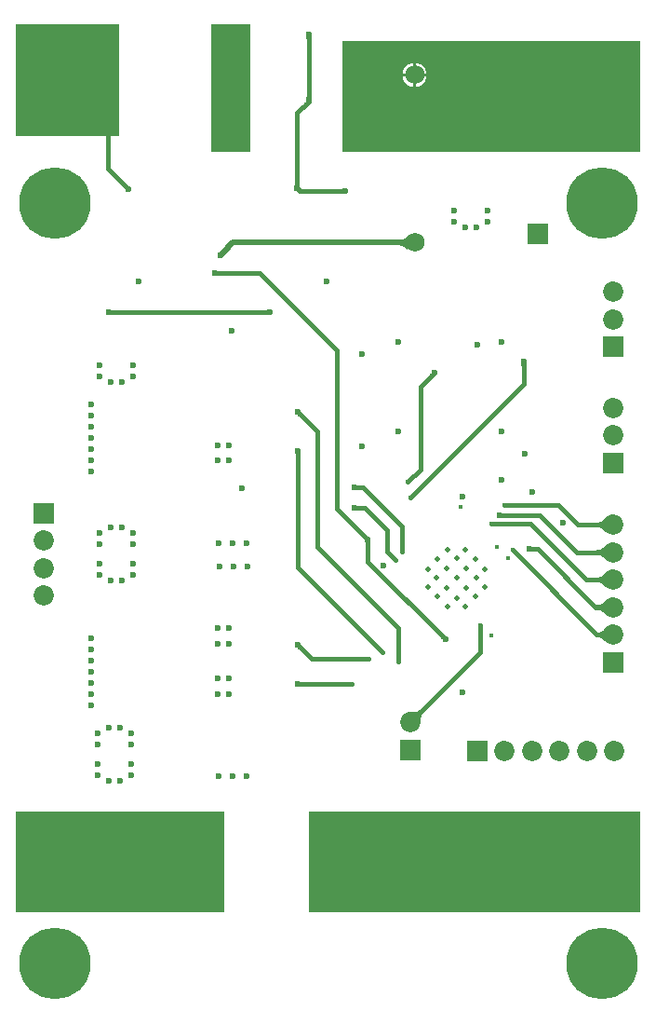
<source format=gbl>
G04*
G04 #@! TF.GenerationSoftware,Altium Limited,Altium Designer,20.1.8 (145)*
G04*
G04 Layer_Physical_Order=4*
G04 Layer_Color=16711680*
%FSLAX25Y25*%
%MOIN*%
G70*
G04*
G04 #@! TF.SameCoordinates,DCF3A4A8-B772-48C9-94DF-C36B93A42D3A*
G04*
G04*
G04 #@! TF.FilePolarity,Positive*
G04*
G01*
G75*
%ADD58C,0.01500*%
%ADD59C,0.02000*%
%ADD60C,0.25591*%
%ADD61C,0.07284*%
%ADD62R,0.07284X0.07284*%
%ADD63R,0.07284X0.07284*%
%ADD64R,0.11811X0.19685*%
%ADD65C,0.09055*%
%ADD66C,0.07240*%
%ADD67R,0.07240X0.07240*%
%ADD68C,0.06890*%
%ADD69C,0.02362*%
%ADD70C,0.01772*%
%ADD72C,0.01968*%
G36*
X124465Y187312D02*
X124499Y187299D01*
X124545Y187288D01*
X124604Y187278D01*
X124759Y187262D01*
X124965Y187253D01*
X125221Y187250D01*
Y185750D01*
X125087Y185749D01*
X124545Y185712D01*
X124499Y185701D01*
X124465Y185688D01*
X124443Y185673D01*
Y187327D01*
X124465Y187312D01*
D02*
G37*
G36*
Y179812D02*
X124499Y179799D01*
X124545Y179788D01*
X124604Y179778D01*
X124759Y179762D01*
X124965Y179753D01*
X125221Y179750D01*
Y178250D01*
X125087Y178249D01*
X124545Y178212D01*
X124499Y178201D01*
X124465Y178188D01*
X124443Y178173D01*
Y179827D01*
X124465Y179812D01*
D02*
G37*
G36*
X176365Y177312D02*
X176399Y177299D01*
X176445Y177288D01*
X176504Y177278D01*
X176660Y177262D01*
X176865Y177253D01*
X177121Y177250D01*
Y175750D01*
X176987Y175749D01*
X176445Y175712D01*
X176399Y175701D01*
X176365Y175688D01*
X176344Y175673D01*
Y177327D01*
X176365Y177312D01*
D02*
G37*
G36*
X213399Y170557D02*
X213050Y170899D01*
X212375Y171475D01*
X212049Y171709D01*
X211731Y171906D01*
X211420Y172068D01*
X211116Y172194D01*
X210820Y172284D01*
X210532Y172338D01*
X210251Y172356D01*
Y173856D01*
X210532Y173874D01*
X210820Y173928D01*
X211116Y174018D01*
X211420Y174144D01*
X211731Y174306D01*
X212049Y174504D01*
X212375Y174738D01*
X212709Y175008D01*
X213399Y175655D01*
Y170557D01*
D02*
G37*
G36*
X127681Y169284D02*
X128090Y168927D01*
X128131Y168902D01*
X128164Y168887D01*
X128190Y168883D01*
X127020Y167713D01*
X127016Y167739D01*
X127001Y167772D01*
X126976Y167813D01*
X126942Y167861D01*
X126842Y167982D01*
X126704Y168134D01*
X126525Y168317D01*
X127585Y169378D01*
X127681Y169284D01*
D02*
G37*
G36*
X129014Y166837D02*
X129001Y166803D01*
X128989Y166756D01*
X128979Y166698D01*
X128964Y166542D01*
X128955Y166336D01*
X128952Y166080D01*
X127452D01*
X127451Y166215D01*
X127414Y166756D01*
X127402Y166803D01*
X127389Y166837D01*
X127375Y166858D01*
X129028D01*
X129014Y166837D01*
D02*
G37*
G36*
X186865Y165312D02*
X186899Y165299D01*
X186945Y165288D01*
X187004Y165278D01*
X187160Y165262D01*
X187365Y165253D01*
X187621Y165250D01*
Y163750D01*
X187487Y163749D01*
X186945Y163712D01*
X186899Y163701D01*
X186865Y163688D01*
X186844Y163673D01*
Y165327D01*
X186865Y165312D01*
D02*
G37*
G36*
X213399Y160715D02*
X213050Y161056D01*
X212375Y161632D01*
X212049Y161866D01*
X211731Y162064D01*
X211420Y162226D01*
X211116Y162352D01*
X210820Y162442D01*
X210532Y162496D01*
X210251Y162514D01*
Y164014D01*
X210532Y164032D01*
X210820Y164086D01*
X211116Y164176D01*
X211420Y164302D01*
X211731Y164464D01*
X212049Y164662D01*
X212375Y164895D01*
X212709Y165165D01*
X213399Y165813D01*
Y160715D01*
D02*
G37*
G36*
Y150872D02*
X213050Y151214D01*
X212375Y151790D01*
X212049Y152023D01*
X211731Y152222D01*
X211420Y152383D01*
X211116Y152509D01*
X210820Y152599D01*
X210532Y152653D01*
X210251Y152671D01*
Y154171D01*
X210532Y154189D01*
X210820Y154243D01*
X211116Y154333D01*
X211420Y154459D01*
X211731Y154621D01*
X212049Y154819D01*
X212375Y155053D01*
X212709Y155323D01*
X213399Y155971D01*
Y150872D01*
D02*
G37*
G36*
Y141030D02*
X213050Y141371D01*
X212375Y141947D01*
X212049Y142181D01*
X211731Y142379D01*
X211420Y142541D01*
X211116Y142667D01*
X210820Y142757D01*
X210532Y142811D01*
X210251Y142829D01*
Y144329D01*
X210532Y144347D01*
X210820Y144401D01*
X211116Y144491D01*
X211420Y144617D01*
X211731Y144779D01*
X212049Y144976D01*
X212375Y145210D01*
X212709Y145480D01*
X213399Y146128D01*
Y141030D01*
D02*
G37*
G36*
X155480Y133582D02*
X155889Y133225D01*
X155930Y133201D01*
X155963Y133186D01*
X155988Y133181D01*
X154819Y132012D01*
X154814Y132037D01*
X154799Y132070D01*
X154775Y132111D01*
X154740Y132160D01*
X154641Y132281D01*
X154502Y132433D01*
X154323Y132616D01*
X155384Y133677D01*
X155480Y133582D01*
D02*
G37*
G36*
X213253Y131345D02*
X212966Y131657D01*
X212678Y131936D01*
X212388Y132182D01*
X212097Y132396D01*
X211803Y132576D01*
X211508Y132724D01*
X211211Y132839D01*
X210912Y132921D01*
X210611Y132970D01*
X210309Y132986D01*
Y134486D01*
X210611Y134503D01*
X210912Y134552D01*
X211211Y134634D01*
X211508Y134749D01*
X211803Y134896D01*
X212097Y135077D01*
X212388Y135290D01*
X212678Y135536D01*
X212966Y135815D01*
X213253Y136127D01*
Y131345D01*
D02*
G37*
G36*
X104327Y129963D02*
X104342Y129930D01*
X104367Y129889D01*
X104402Y129840D01*
X104501Y129719D01*
X104640Y129567D01*
X104818Y129384D01*
X103758Y128323D01*
X103662Y128418D01*
X103253Y128775D01*
X103212Y128799D01*
X103179Y128814D01*
X103154Y128819D01*
X104323Y129988D01*
X104327Y129963D01*
D02*
G37*
G36*
X104007Y116812D02*
X104040Y116799D01*
X104087Y116788D01*
X104146Y116778D01*
X104301Y116762D01*
X104507Y116753D01*
X104763Y116750D01*
Y115250D01*
X104629Y115249D01*
X104087Y115212D01*
X104040Y115201D01*
X104007Y115188D01*
X103985Y115173D01*
Y116827D01*
X104007Y116812D01*
D02*
G37*
G36*
X148095Y105956D02*
X147909Y105745D01*
X147744Y105503D01*
X147598Y105230D01*
X147473Y104926D01*
X147367Y104592D01*
X147282Y104227D01*
X147217Y103831D01*
X147172Y103404D01*
X147142Y102458D01*
X143536Y106063D01*
X144025Y106068D01*
X144909Y106138D01*
X145305Y106203D01*
X145671Y106289D01*
X146005Y106394D01*
X146309Y106520D01*
X146581Y106665D01*
X146823Y106831D01*
X147035Y107017D01*
X148095Y105956D01*
D02*
G37*
G36*
X76820Y34500D02*
X2094D01*
Y70500D01*
X76820D01*
Y34500D01*
D02*
G37*
G36*
X225905Y34500D02*
X107175Y34500D01*
Y70500D01*
X225905Y70500D01*
Y34500D01*
D02*
G37*
G36*
X107814Y347637D02*
X107801Y347603D01*
X107789Y347557D01*
X107780Y347498D01*
X107764Y347342D01*
X107755Y347136D01*
X107752Y346881D01*
X106252Y346877D01*
X106251Y347011D01*
X106214Y347553D01*
X106203Y347600D01*
X106189Y347634D01*
X106175Y347655D01*
X107828Y347658D01*
X107814Y347637D01*
D02*
G37*
G36*
X107753Y325989D02*
X107790Y325447D01*
X107801Y325401D01*
X107814Y325367D01*
X107829Y325346D01*
X106175D01*
X106190Y325367D01*
X106203Y325401D01*
X106214Y325447D01*
X106225Y325506D01*
X106240Y325662D01*
X106249Y325867D01*
X106252Y326123D01*
X107752D01*
X107753Y325989D01*
D02*
G37*
G36*
X106990Y323321D02*
X106965Y323316D01*
X106932Y323302D01*
X106891Y323277D01*
X106842Y323242D01*
X106721Y323143D01*
X106569Y323004D01*
X106386Y322826D01*
X105325Y323886D01*
X105420Y323982D01*
X105777Y324391D01*
X105802Y324432D01*
X105816Y324465D01*
X105821Y324490D01*
X106990Y323321D01*
D02*
G37*
G36*
X39000Y312000D02*
X2094D01*
Y352000D01*
X39000D01*
X39000Y312000D01*
D02*
G37*
G36*
X86000Y306500D02*
X72000D01*
Y352000D01*
X86000D01*
Y306500D01*
D02*
G37*
G36*
X225905D02*
X119000Y306500D01*
X119000Y346000D01*
X225905Y346000D01*
X225905Y306500D01*
D02*
G37*
G36*
X103609Y294845D02*
X103646Y294303D01*
X103657Y294257D01*
X103671Y294223D01*
X103685Y294202D01*
X102032D01*
X102046Y294223D01*
X102059Y294257D01*
X102071Y294303D01*
X102081Y294362D01*
X102096Y294518D01*
X102105Y294724D01*
X102108Y294979D01*
X103608D01*
X103609Y294845D01*
D02*
G37*
G36*
X42121Y294582D02*
X42530Y294225D01*
X42571Y294200D01*
X42605Y294186D01*
X42630Y294181D01*
X41461Y293012D01*
X41456Y293037D01*
X41441Y293070D01*
X41416Y293111D01*
X41382Y293160D01*
X41283Y293281D01*
X41144Y293433D01*
X40965Y293616D01*
X42026Y294677D01*
X42121Y294582D01*
D02*
G37*
G36*
X119157Y291673D02*
X119135Y291688D01*
X119101Y291701D01*
X119055Y291712D01*
X118996Y291722D01*
X118841Y291738D01*
X118635Y291747D01*
X118379Y291750D01*
Y293250D01*
X118513Y293251D01*
X119055Y293288D01*
X119101Y293299D01*
X119135Y293312D01*
X119157Y293327D01*
Y291673D01*
D02*
G37*
G36*
X142540Y271589D02*
X142262Y271857D01*
X141981Y272097D01*
X141698Y272308D01*
X141411Y272492D01*
X141122Y272647D01*
X140831Y272774D01*
X140536Y272873D01*
X140239Y272943D01*
X139939Y272986D01*
X139637Y273000D01*
Y275000D01*
X139939Y275014D01*
X140239Y275057D01*
X140536Y275127D01*
X140831Y275226D01*
X141122Y275353D01*
X141411Y275508D01*
X141698Y275692D01*
X141981Y275903D01*
X142262Y276143D01*
X142540Y276411D01*
Y271589D01*
D02*
G37*
G36*
X74365Y263954D02*
X74399Y263941D01*
X74445Y263929D01*
X74504Y263919D01*
X74660Y263904D01*
X74865Y263895D01*
X75121Y263892D01*
Y262392D01*
X74987Y262391D01*
X74445Y262354D01*
X74399Y262343D01*
X74365Y262330D01*
X74344Y262315D01*
Y263968D01*
X74365Y263954D01*
D02*
G37*
G36*
X92156Y248173D02*
X92135Y248188D01*
X92101Y248201D01*
X92055Y248212D01*
X91996Y248222D01*
X91840Y248238D01*
X91635Y248247D01*
X91379Y248250D01*
Y249750D01*
X91513Y249751D01*
X92055Y249788D01*
X92101Y249799D01*
X92135Y249812D01*
X92156Y249827D01*
Y248173D01*
D02*
G37*
G36*
X36223Y249812D02*
X36257Y249799D01*
X36303Y249788D01*
X36362Y249778D01*
X36518Y249762D01*
X36724Y249753D01*
X36979Y249750D01*
Y248250D01*
X36845Y248249D01*
X36303Y248212D01*
X36257Y248201D01*
X36223Y248188D01*
X36202Y248173D01*
Y249827D01*
X36223Y249812D01*
D02*
G37*
G36*
X184812Y230493D02*
X184799Y230460D01*
X184788Y230413D01*
X184778Y230354D01*
X184762Y230199D01*
X184753Y229993D01*
X184750Y229737D01*
X183250D01*
X183249Y229871D01*
X183212Y230413D01*
X183201Y230460D01*
X183188Y230493D01*
X183173Y230515D01*
X184827D01*
X184812Y230493D01*
D02*
G37*
G36*
X151988Y226319D02*
X151963Y226314D01*
X151930Y226300D01*
X151889Y226275D01*
X151840Y226240D01*
X151719Y226141D01*
X151567Y226002D01*
X151384Y225823D01*
X150323Y226884D01*
X150418Y226979D01*
X150775Y227389D01*
X150800Y227430D01*
X150814Y227463D01*
X150819Y227488D01*
X151988Y226319D01*
D02*
G37*
G36*
X104327Y213463D02*
X104342Y213430D01*
X104367Y213389D01*
X104402Y213340D01*
X104501Y213219D01*
X104640Y213067D01*
X104818Y212884D01*
X103758Y211823D01*
X103662Y211918D01*
X103253Y212275D01*
X103212Y212299D01*
X103179Y212314D01*
X103154Y212319D01*
X104323Y213488D01*
X104327Y213463D01*
D02*
G37*
G36*
X103954Y198635D02*
X103941Y198601D01*
X103929Y198555D01*
X103919Y198496D01*
X103904Y198340D01*
X103895Y198135D01*
X103892Y197879D01*
X102392D01*
X102391Y198013D01*
X102354Y198555D01*
X102343Y198601D01*
X102330Y198635D01*
X102315Y198656D01*
X103969D01*
X103954Y198635D01*
D02*
G37*
%LPC*%
G36*
X145500Y338216D02*
Y334500D01*
X149216D01*
X149136Y335108D01*
X148708Y336141D01*
X148028Y337028D01*
X147141Y337708D01*
X146108Y338136D01*
X145500Y338216D01*
D02*
G37*
G36*
X144500Y338216D02*
X143892Y338136D01*
X142859Y337708D01*
X141972Y337028D01*
X141292Y336141D01*
X140864Y335108D01*
X140784Y334500D01*
X144500D01*
Y338216D01*
D02*
G37*
G36*
X149216Y333500D02*
X145500D01*
Y329784D01*
X146108Y329864D01*
X147141Y330292D01*
X148028Y330973D01*
X148708Y331859D01*
X149136Y332892D01*
X149216Y333500D01*
D02*
G37*
G36*
X144500D02*
X140784D01*
X140864Y332892D01*
X141292Y331859D01*
X141972Y330973D01*
X142859Y330292D01*
X143892Y329864D01*
X144500Y329784D01*
Y333500D01*
D02*
G37*
G36*
X220000Y330784D02*
X219317Y330648D01*
X218738Y330262D01*
X216738Y328262D01*
X216352Y327683D01*
X216216Y327000D01*
X216352Y326317D01*
X216738Y325738D01*
X217317Y325352D01*
X218000Y325216D01*
X218683Y325352D01*
X219262Y325738D01*
X221262Y327738D01*
X221649Y328317D01*
X221784Y329000D01*
X221649Y329683D01*
X221262Y330262D01*
X220683Y330648D01*
X220000Y330784D01*
D02*
G37*
%LPD*%
D58*
X102858Y293358D02*
Y320358D01*
X107000Y324500D01*
X103950Y292500D02*
X120000D01*
X103092Y293358D02*
X103950Y292500D01*
X102858Y293358D02*
X103092D01*
X35000Y300642D02*
Y315000D01*
Y300642D02*
X42642Y293000D01*
X107000Y348500D02*
X107002Y348498D01*
Y324502D02*
Y348498D01*
X142500Y188438D02*
X147000Y192938D01*
Y222500D02*
X152000Y227500D01*
X147000Y192938D02*
Y222500D01*
X206579Y153421D02*
X216000D01*
X172500Y173460D02*
X186540D01*
X206579Y153421D01*
X210309Y133736D02*
X216000D01*
X180045Y164000D02*
X210309Y133736D01*
X209921Y143579D02*
X216000D01*
X189800Y176500D02*
X203036Y163264D01*
X189000Y164500D02*
X209921Y143579D01*
X203036Y163264D02*
X216000D01*
X175500Y176500D02*
X189800D01*
X186000Y164500D02*
X189000D01*
X177000Y180000D02*
X196500D01*
X203394Y173106D02*
X216000D01*
X196500Y180000D02*
X203394Y173106D01*
X177000Y180000D02*
X177001D01*
X103142Y130000D02*
X103142D01*
X108142Y125000D02*
X128500D01*
X103142Y130000D02*
X108142Y125000D01*
X143500Y102421D02*
X168500Y127421D01*
Y137000D01*
X103142Y157858D02*
Y199500D01*
X123600Y186500D02*
X126500D01*
X103142Y213500D02*
X110000Y206642D01*
Y165000D02*
X139000Y136000D01*
X110000Y165000D02*
Y206642D01*
X103142Y157858D02*
X133500Y127500D01*
X35358Y249000D02*
X93000D01*
X117000Y178903D02*
Y235500D01*
X73500Y263142D02*
X89358D01*
X117000Y235500D01*
Y178903D02*
X128201Y167701D01*
X103142Y116000D02*
X122500D01*
X128201Y159799D02*
X156000Y132000D01*
X128201Y159799D02*
Y167701D01*
X123600Y179000D02*
X127000D01*
X135000Y163500D02*
Y171000D01*
X127000Y179000D02*
X135000Y171000D01*
Y163500D02*
X138000Y160500D01*
X140500Y163500D02*
Y172500D01*
X126500Y186500D02*
X140500Y172500D01*
X184000Y223402D02*
Y231358D01*
X143549Y182951D02*
X184000Y223402D01*
X139000Y124000D02*
Y136000D01*
X218000Y327000D02*
X220000Y329000D01*
D59*
X77984Y272016D02*
X79969Y274000D01*
X75563Y269563D02*
X78000Y272000D01*
X75500Y269563D02*
X75563D01*
X79969Y274000D02*
X145000D01*
D60*
X212000Y16000D02*
D03*
X16000D02*
D03*
X212000Y288000D02*
D03*
X16000D02*
D03*
D61*
X216000Y256343D02*
D03*
Y246500D02*
D03*
Y214843D02*
D03*
Y205000D02*
D03*
Y143579D02*
D03*
Y153421D02*
D03*
Y163264D02*
D03*
Y173106D02*
D03*
Y133736D02*
D03*
X177236Y92000D02*
D03*
X216606D02*
D03*
X206764D02*
D03*
X196921D02*
D03*
X187079D02*
D03*
X143500Y102421D02*
D03*
X12000Y167421D02*
D03*
Y157579D02*
D03*
Y147736D02*
D03*
D62*
X216000Y236658D02*
D03*
Y195158D02*
D03*
Y123894D02*
D03*
X143500Y92579D02*
D03*
X12000Y177264D02*
D03*
D63*
X167394Y92000D02*
D03*
D64*
X220000Y53000D02*
D03*
X8000D02*
D03*
Y329000D02*
D03*
X220000D02*
D03*
D65*
X111685Y53000D02*
D03*
X72315D02*
D03*
D66*
X189000Y327000D02*
D03*
D67*
Y277000D02*
D03*
D68*
X145000Y274000D02*
D03*
Y334000D02*
D03*
D69*
X102858Y293358D02*
D03*
X120000Y292500D02*
D03*
X42642Y293000D02*
D03*
X159000Y285500D02*
D03*
Y281500D02*
D03*
X163000Y279500D02*
D03*
X167000D02*
D03*
X171000Y285500D02*
D03*
Y281500D02*
D03*
X182500Y323000D02*
D03*
Y333000D02*
D03*
Y328000D02*
D03*
X31500Y98500D02*
D03*
Y94500D02*
D03*
X35500Y100500D02*
D03*
X39500D02*
D03*
X43500Y98500D02*
D03*
Y94500D02*
D03*
X43500Y83500D02*
D03*
Y87500D02*
D03*
X39500Y81500D02*
D03*
X35500D02*
D03*
X31500Y83500D02*
D03*
Y87500D02*
D03*
X175500Y176500D02*
D03*
X186000Y164500D02*
D03*
X126000Y201000D02*
D03*
Y234000D02*
D03*
X176000Y206500D02*
D03*
X139000D02*
D03*
X184500Y198358D02*
D03*
X103142Y199500D02*
D03*
X123600Y186500D02*
D03*
X83000Y186000D02*
D03*
X176000Y238500D02*
D03*
X172500Y308000D02*
D03*
Y313000D02*
D03*
X220000Y38000D02*
D03*
X74500Y112500D02*
D03*
Y118000D02*
D03*
X78500D02*
D03*
Y112500D02*
D03*
Y130500D02*
D03*
Y136000D02*
D03*
Y196000D02*
D03*
X74500Y136000D02*
D03*
Y130500D02*
D03*
Y196000D02*
D03*
Y201500D02*
D03*
X78500D02*
D03*
X74929Y83000D02*
D03*
X79929D02*
D03*
X84929D02*
D03*
Y166500D02*
D03*
X79929D02*
D03*
X74929D02*
D03*
X85000Y158000D02*
D03*
X80000D02*
D03*
X75000D02*
D03*
X93000Y249000D02*
D03*
X103142Y213500D02*
D03*
X103142Y130000D02*
D03*
Y116000D02*
D03*
X176000Y189000D02*
D03*
X79500Y242500D02*
D03*
X187000Y184850D02*
D03*
X29000Y132500D02*
D03*
Y128500D02*
D03*
Y124500D02*
D03*
Y120500D02*
D03*
Y116500D02*
D03*
Y112500D02*
D03*
Y108500D02*
D03*
X32000Y159000D02*
D03*
Y155000D02*
D03*
X36000Y153000D02*
D03*
X40000D02*
D03*
X44000Y159000D02*
D03*
Y155000D02*
D03*
Y166000D02*
D03*
Y170000D02*
D03*
X40000Y172000D02*
D03*
X36000D02*
D03*
X32000Y166000D02*
D03*
Y170000D02*
D03*
X29000Y192000D02*
D03*
Y196000D02*
D03*
Y200000D02*
D03*
Y204000D02*
D03*
Y208000D02*
D03*
Y212000D02*
D03*
Y216000D02*
D03*
X44000Y226000D02*
D03*
Y230000D02*
D03*
X40000Y224000D02*
D03*
X36000D02*
D03*
X32000Y226000D02*
D03*
Y230000D02*
D03*
X198000Y173850D02*
D03*
X162124Y183274D02*
D03*
X156000Y132000D02*
D03*
X128201Y167701D02*
D03*
X133850Y158500D02*
D03*
X184000Y231358D02*
D03*
X139000Y238500D02*
D03*
X167358Y237358D02*
D03*
X152000Y227500D02*
D03*
X113635Y260063D02*
D03*
X73500Y263142D02*
D03*
X75500Y269563D02*
D03*
X78000Y272000D02*
D03*
X35358Y249000D02*
D03*
X46000Y260063D02*
D03*
X195000Y68000D02*
D03*
Y63000D02*
D03*
Y58000D02*
D03*
Y53000D02*
D03*
Y48000D02*
D03*
Y43000D02*
D03*
Y38000D02*
D03*
X190000D02*
D03*
Y43000D02*
D03*
Y48000D02*
D03*
Y53000D02*
D03*
Y58000D02*
D03*
Y63000D02*
D03*
Y68000D02*
D03*
X205000D02*
D03*
Y63000D02*
D03*
Y58000D02*
D03*
Y53000D02*
D03*
Y48000D02*
D03*
Y43000D02*
D03*
Y38000D02*
D03*
X200000D02*
D03*
Y43000D02*
D03*
Y48000D02*
D03*
Y53000D02*
D03*
Y58000D02*
D03*
Y63000D02*
D03*
Y68000D02*
D03*
X215000D02*
D03*
Y38000D02*
D03*
X210000D02*
D03*
Y43000D02*
D03*
Y48000D02*
D03*
Y53000D02*
D03*
Y58000D02*
D03*
Y63000D02*
D03*
Y68000D02*
D03*
X220000D02*
D03*
X160000D02*
D03*
Y63000D02*
D03*
Y58000D02*
D03*
Y53000D02*
D03*
Y48000D02*
D03*
Y43000D02*
D03*
Y38000D02*
D03*
X155000D02*
D03*
Y43000D02*
D03*
Y48000D02*
D03*
Y53000D02*
D03*
Y58000D02*
D03*
Y63000D02*
D03*
Y68000D02*
D03*
X170000D02*
D03*
Y63000D02*
D03*
Y58000D02*
D03*
Y53000D02*
D03*
Y48000D02*
D03*
Y43000D02*
D03*
Y38000D02*
D03*
X165000D02*
D03*
Y43000D02*
D03*
Y48000D02*
D03*
Y53000D02*
D03*
Y58000D02*
D03*
Y63000D02*
D03*
Y68000D02*
D03*
X180000D02*
D03*
Y63000D02*
D03*
Y58000D02*
D03*
Y53000D02*
D03*
Y48000D02*
D03*
Y43000D02*
D03*
Y38000D02*
D03*
X175000D02*
D03*
Y43000D02*
D03*
Y48000D02*
D03*
Y53000D02*
D03*
Y58000D02*
D03*
Y63000D02*
D03*
Y68000D02*
D03*
X185000Y38000D02*
D03*
Y43000D02*
D03*
Y48000D02*
D03*
Y53000D02*
D03*
Y58000D02*
D03*
Y63000D02*
D03*
Y68000D02*
D03*
X125000D02*
D03*
Y63000D02*
D03*
Y58000D02*
D03*
Y53000D02*
D03*
Y48000D02*
D03*
Y43000D02*
D03*
Y38000D02*
D03*
X120000D02*
D03*
Y43000D02*
D03*
Y48000D02*
D03*
Y53000D02*
D03*
Y58000D02*
D03*
Y63000D02*
D03*
Y68000D02*
D03*
X135000D02*
D03*
Y63000D02*
D03*
Y58000D02*
D03*
Y53000D02*
D03*
Y48000D02*
D03*
Y43000D02*
D03*
Y38000D02*
D03*
X130000D02*
D03*
Y43000D02*
D03*
Y48000D02*
D03*
Y53000D02*
D03*
Y58000D02*
D03*
Y63000D02*
D03*
Y68000D02*
D03*
X145000D02*
D03*
Y63000D02*
D03*
Y58000D02*
D03*
Y53000D02*
D03*
Y48000D02*
D03*
Y43000D02*
D03*
Y38000D02*
D03*
X140000D02*
D03*
Y43000D02*
D03*
Y48000D02*
D03*
Y53000D02*
D03*
Y58000D02*
D03*
Y63000D02*
D03*
Y68000D02*
D03*
X150000Y38000D02*
D03*
Y43000D02*
D03*
Y48000D02*
D03*
Y53000D02*
D03*
Y58000D02*
D03*
Y63000D02*
D03*
Y68000D02*
D03*
X110000Y38000D02*
D03*
Y43000D02*
D03*
X115000Y38000D02*
D03*
Y43000D02*
D03*
X110000Y63000D02*
D03*
Y68000D02*
D03*
X115000Y63000D02*
D03*
Y68000D02*
D03*
X75000Y43000D02*
D03*
Y38000D02*
D03*
X70000Y43000D02*
D03*
Y38000D02*
D03*
X75000Y68000D02*
D03*
Y63000D02*
D03*
X70000Y68000D02*
D03*
Y63000D02*
D03*
X60000Y68000D02*
D03*
Y63000D02*
D03*
Y58000D02*
D03*
Y53000D02*
D03*
Y48000D02*
D03*
Y43000D02*
D03*
Y38000D02*
D03*
X65000D02*
D03*
Y43000D02*
D03*
Y48000D02*
D03*
Y53000D02*
D03*
Y58000D02*
D03*
Y63000D02*
D03*
Y68000D02*
D03*
X50000D02*
D03*
Y63000D02*
D03*
Y58000D02*
D03*
Y53000D02*
D03*
Y48000D02*
D03*
Y43000D02*
D03*
Y38000D02*
D03*
X55000D02*
D03*
Y43000D02*
D03*
Y48000D02*
D03*
Y53000D02*
D03*
Y58000D02*
D03*
Y63000D02*
D03*
Y68000D02*
D03*
X40000D02*
D03*
Y63000D02*
D03*
Y58000D02*
D03*
Y53000D02*
D03*
Y48000D02*
D03*
Y43000D02*
D03*
Y38000D02*
D03*
X45000D02*
D03*
Y43000D02*
D03*
Y48000D02*
D03*
Y53000D02*
D03*
Y58000D02*
D03*
Y63000D02*
D03*
Y68000D02*
D03*
X30000D02*
D03*
Y63000D02*
D03*
Y58000D02*
D03*
Y53000D02*
D03*
Y48000D02*
D03*
Y43000D02*
D03*
Y38000D02*
D03*
X35000D02*
D03*
Y43000D02*
D03*
Y48000D02*
D03*
Y53000D02*
D03*
Y58000D02*
D03*
Y63000D02*
D03*
Y68000D02*
D03*
X25000D02*
D03*
Y63000D02*
D03*
Y58000D02*
D03*
Y53000D02*
D03*
Y48000D02*
D03*
Y43000D02*
D03*
Y38000D02*
D03*
X5000D02*
D03*
X10000D02*
D03*
X15000D02*
D03*
X20000D02*
D03*
Y43000D02*
D03*
Y48000D02*
D03*
Y53000D02*
D03*
Y58000D02*
D03*
Y63000D02*
D03*
Y68000D02*
D03*
X15000D02*
D03*
X10000D02*
D03*
X5000D02*
D03*
X147500Y343000D02*
D03*
X142500D02*
D03*
X122500Y313000D02*
D03*
Y318000D02*
D03*
Y328000D02*
D03*
Y333000D02*
D03*
Y343000D02*
D03*
X127500Y313000D02*
D03*
Y318000D02*
D03*
Y328000D02*
D03*
Y333000D02*
D03*
Y343000D02*
D03*
X137500Y313000D02*
D03*
Y318000D02*
D03*
Y328000D02*
D03*
Y333000D02*
D03*
Y343000D02*
D03*
X142500Y313000D02*
D03*
Y318000D02*
D03*
X152500Y313000D02*
D03*
Y318000D02*
D03*
Y328000D02*
D03*
Y333000D02*
D03*
Y343000D02*
D03*
X157500Y313000D02*
D03*
Y318000D02*
D03*
X162500D02*
D03*
X157500Y328000D02*
D03*
X162500D02*
D03*
X157500Y333000D02*
D03*
X162500D02*
D03*
X157500Y343000D02*
D03*
X162500D02*
D03*
X167500Y318000D02*
D03*
Y328000D02*
D03*
Y333000D02*
D03*
Y343000D02*
D03*
X177500Y313000D02*
D03*
Y318000D02*
D03*
Y328000D02*
D03*
Y333000D02*
D03*
Y343000D02*
D03*
X182500Y313000D02*
D03*
Y318000D02*
D03*
Y343000D02*
D03*
X192500Y313000D02*
D03*
Y318000D02*
D03*
Y343000D02*
D03*
X197500Y313000D02*
D03*
X202500D02*
D03*
X197500Y318000D02*
D03*
X202500D02*
D03*
X197500Y328000D02*
D03*
X202500D02*
D03*
X197500Y333000D02*
D03*
X202500D02*
D03*
X197500Y343000D02*
D03*
X202500D02*
D03*
X207500Y313000D02*
D03*
Y318000D02*
D03*
Y328000D02*
D03*
Y333000D02*
D03*
Y343000D02*
D03*
X217500Y313000D02*
D03*
Y343000D02*
D03*
X222500Y313000D02*
D03*
Y343000D02*
D03*
X122500Y308000D02*
D03*
Y338000D02*
D03*
Y323000D02*
D03*
X127500Y308000D02*
D03*
Y323000D02*
D03*
Y338000D02*
D03*
X137500Y308000D02*
D03*
Y323000D02*
D03*
Y338000D02*
D03*
X142500Y308000D02*
D03*
Y323000D02*
D03*
X152500Y308000D02*
D03*
Y323000D02*
D03*
Y338000D02*
D03*
X157500Y308000D02*
D03*
Y323000D02*
D03*
Y338000D02*
D03*
X162500D02*
D03*
Y323000D02*
D03*
X167500Y338000D02*
D03*
Y323000D02*
D03*
X177500Y308000D02*
D03*
Y323000D02*
D03*
Y338000D02*
D03*
X182500Y308000D02*
D03*
Y338000D02*
D03*
X192500Y308000D02*
D03*
Y338000D02*
D03*
X197500Y308000D02*
D03*
X202500D02*
D03*
X197500Y323000D02*
D03*
Y338000D02*
D03*
X202500Y323000D02*
D03*
Y338000D02*
D03*
X207500Y308000D02*
D03*
Y323000D02*
D03*
Y338000D02*
D03*
X217500Y308000D02*
D03*
X222500D02*
D03*
X132500Y313000D02*
D03*
X147500D02*
D03*
X132500Y318000D02*
D03*
X147500D02*
D03*
X132500Y328000D02*
D03*
Y333000D02*
D03*
Y343000D02*
D03*
X187500Y313000D02*
D03*
X172500Y318000D02*
D03*
X187500D02*
D03*
X172500Y328000D02*
D03*
Y333000D02*
D03*
Y343000D02*
D03*
X187500D02*
D03*
X212500Y313000D02*
D03*
Y343000D02*
D03*
X132500Y308000D02*
D03*
X147500D02*
D03*
X132500Y323000D02*
D03*
Y338000D02*
D03*
X147500Y323000D02*
D03*
X187500Y308000D02*
D03*
X172500Y323000D02*
D03*
Y338000D02*
D03*
X187500D02*
D03*
X212500Y308000D02*
D03*
X5000Y315000D02*
D03*
X10000D02*
D03*
X15000D02*
D03*
X35000D02*
D03*
Y320000D02*
D03*
X30000Y315000D02*
D03*
Y320000D02*
D03*
X25000Y315000D02*
D03*
Y320000D02*
D03*
X20000Y315000D02*
D03*
Y320000D02*
D03*
X35000Y325000D02*
D03*
Y330000D02*
D03*
X30000Y325000D02*
D03*
Y330000D02*
D03*
X25000Y325000D02*
D03*
Y330000D02*
D03*
X35000Y335000D02*
D03*
Y340000D02*
D03*
X30000Y335000D02*
D03*
Y340000D02*
D03*
X25000Y335000D02*
D03*
Y340000D02*
D03*
Y350000D02*
D03*
Y345000D02*
D03*
X30000Y350000D02*
D03*
Y345000D02*
D03*
X35000Y350000D02*
D03*
Y345000D02*
D03*
X20000Y325000D02*
D03*
Y330000D02*
D03*
Y335000D02*
D03*
Y340000D02*
D03*
Y345000D02*
D03*
Y350000D02*
D03*
X15000Y345000D02*
D03*
Y350000D02*
D03*
X10000Y345000D02*
D03*
Y350000D02*
D03*
X5000Y345000D02*
D03*
Y350000D02*
D03*
X84000Y309500D02*
D03*
X79000D02*
D03*
X74000D02*
D03*
Y319500D02*
D03*
X79000D02*
D03*
X84000D02*
D03*
X74000Y314500D02*
D03*
X79000D02*
D03*
X84000D02*
D03*
X74000Y329500D02*
D03*
X79000D02*
D03*
X84000D02*
D03*
X74000Y324500D02*
D03*
X79000D02*
D03*
X84000D02*
D03*
X74000Y339500D02*
D03*
X79000D02*
D03*
X84000D02*
D03*
X74000Y334500D02*
D03*
X79000D02*
D03*
X84000D02*
D03*
Y344500D02*
D03*
X79000D02*
D03*
X74000D02*
D03*
X84000Y349500D02*
D03*
X79000D02*
D03*
X74000D02*
D03*
X107000Y348500D02*
D03*
X107002Y324502D02*
D03*
X162000Y113000D02*
D03*
X123600Y179000D02*
D03*
D70*
X180045Y164000D02*
D03*
X178500Y161000D02*
D03*
X177001Y180000D02*
D03*
X128500Y125000D02*
D03*
X122500Y116000D02*
D03*
X174500Y165000D02*
D03*
X172500Y173460D02*
D03*
X168500Y137000D02*
D03*
X172642Y133500D02*
D03*
X133500Y127500D02*
D03*
X138000Y160500D02*
D03*
X140500Y163500D02*
D03*
X142500Y188438D02*
D03*
X143549Y182951D02*
D03*
X161500Y179500D02*
D03*
X139000Y124000D02*
D03*
D72*
X163118Y164245D02*
D03*
X156437Y150437D02*
D03*
X163563Y157563D02*
D03*
X166681Y160681D02*
D03*
X160000Y154000D02*
D03*
X149755Y157118D02*
D03*
X156882Y164245D02*
D03*
X149755Y150882D02*
D03*
X152873Y154000D02*
D03*
X156882Y143755D02*
D03*
X160000Y146873D02*
D03*
X167127Y154000D02*
D03*
X170245Y157118D02*
D03*
X163118Y143755D02*
D03*
X170245Y150882D02*
D03*
X153319Y160681D02*
D03*
X156437Y157563D02*
D03*
X163563Y150437D02*
D03*
X166681Y147319D02*
D03*
X153319D02*
D03*
X160000Y161127D02*
D03*
M02*

</source>
